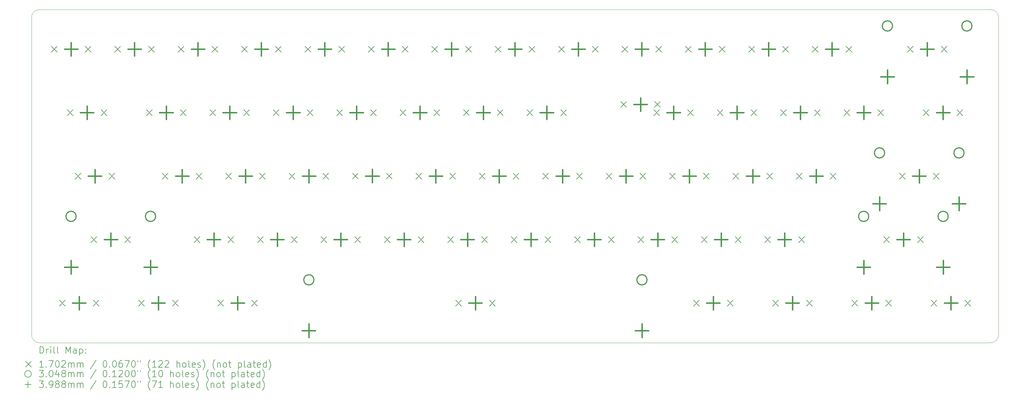
<source format=gbr>
%FSLAX45Y45*%
G04 Gerber Fmt 4.5, Leading zero omitted, Abs format (unit mm)*
G04 Created by KiCad (PCBNEW (6.0.6)) date 2022-07-10 20:55:02*
%MOMM*%
%LPD*%
G01*
G04 APERTURE LIST*
%TA.AperFunction,Profile*%
%ADD10C,0.100000*%
%TD*%
%ADD11C,0.200000*%
%ADD12C,0.170180*%
%ADD13C,0.304800*%
%ADD14C,0.398780*%
G04 APERTURE END LIST*
D10*
X4330700Y-15836900D02*
X32905700Y-15836900D01*
X33143825Y-15598775D02*
X33143825Y-6073775D01*
X4092570Y-15598775D02*
G75*
G03*
X4330700Y-15836900I238130J5D01*
G01*
X33143820Y-6073775D02*
G75*
G03*
X32905700Y-5835650I-238130J-5D01*
G01*
X32905700Y-5835650D02*
X4330700Y-5835650D01*
X32905700Y-15836905D02*
G75*
G03*
X33143825Y-15598775I0J238125D01*
G01*
X4330700Y-5835650D02*
G75*
G03*
X4092575Y-6073775I0J-238125D01*
G01*
X4092575Y-6073775D02*
X4092575Y-15598775D01*
D11*
D12*
X4690110Y-6941185D02*
X4860290Y-7111365D01*
X4860290Y-6941185D02*
X4690110Y-7111365D01*
X4928235Y-14561185D02*
X5098415Y-14731365D01*
X5098415Y-14561185D02*
X4928235Y-14731365D01*
X5166360Y-8846185D02*
X5336540Y-9016365D01*
X5336540Y-8846185D02*
X5166360Y-9016365D01*
X5404485Y-10751185D02*
X5574665Y-10921365D01*
X5574665Y-10751185D02*
X5404485Y-10921365D01*
X5706110Y-6941185D02*
X5876290Y-7111365D01*
X5876290Y-6941185D02*
X5706110Y-7111365D01*
X5880735Y-12656185D02*
X6050915Y-12826365D01*
X6050915Y-12656185D02*
X5880735Y-12826365D01*
X5944235Y-14561185D02*
X6114415Y-14731365D01*
X6114415Y-14561185D02*
X5944235Y-14731365D01*
X6182360Y-8846185D02*
X6352540Y-9016365D01*
X6352540Y-8846185D02*
X6182360Y-9016365D01*
X6420485Y-10751185D02*
X6590665Y-10921365D01*
X6590665Y-10751185D02*
X6420485Y-10921365D01*
X6595110Y-6941185D02*
X6765290Y-7111365D01*
X6765290Y-6941185D02*
X6595110Y-7111365D01*
X6896735Y-12656185D02*
X7066915Y-12826365D01*
X7066915Y-12656185D02*
X6896735Y-12826365D01*
X7309485Y-14561185D02*
X7479665Y-14731365D01*
X7479665Y-14561185D02*
X7309485Y-14731365D01*
X7547610Y-8846185D02*
X7717790Y-9016365D01*
X7717790Y-8846185D02*
X7547610Y-9016365D01*
X7611110Y-6941185D02*
X7781290Y-7111365D01*
X7781290Y-6941185D02*
X7611110Y-7111365D01*
X8023860Y-10751185D02*
X8194040Y-10921365D01*
X8194040Y-10751185D02*
X8023860Y-10921365D01*
X8325485Y-14561185D02*
X8495665Y-14731365D01*
X8495665Y-14561185D02*
X8325485Y-14731365D01*
X8500110Y-6941185D02*
X8670290Y-7111365D01*
X8670290Y-6941185D02*
X8500110Y-7111365D01*
X8563610Y-8846185D02*
X8733790Y-9016365D01*
X8733790Y-8846185D02*
X8563610Y-9016365D01*
X8976360Y-12656185D02*
X9146540Y-12826365D01*
X9146540Y-12656185D02*
X8976360Y-12826365D01*
X9039860Y-10751185D02*
X9210040Y-10921365D01*
X9210040Y-10751185D02*
X9039860Y-10921365D01*
X9452610Y-8846185D02*
X9622790Y-9016365D01*
X9622790Y-8846185D02*
X9452610Y-9016365D01*
X9516110Y-6941185D02*
X9686290Y-7111365D01*
X9686290Y-6941185D02*
X9516110Y-7111365D01*
X9690735Y-14561185D02*
X9860915Y-14731365D01*
X9860915Y-14561185D02*
X9690735Y-14731365D01*
X9928860Y-10751185D02*
X10099040Y-10921365D01*
X10099040Y-10751185D02*
X9928860Y-10921365D01*
X9992360Y-12656185D02*
X10162540Y-12826365D01*
X10162540Y-12656185D02*
X9992360Y-12826365D01*
X10405110Y-6941185D02*
X10575290Y-7111365D01*
X10575290Y-6941185D02*
X10405110Y-7111365D01*
X10468610Y-8846185D02*
X10638790Y-9016365D01*
X10638790Y-8846185D02*
X10468610Y-9016365D01*
X10706735Y-14561185D02*
X10876915Y-14731365D01*
X10876915Y-14561185D02*
X10706735Y-14731365D01*
X10881360Y-12656185D02*
X11051540Y-12826365D01*
X11051540Y-12656185D02*
X10881360Y-12826365D01*
X10944860Y-10751185D02*
X11115040Y-10921365D01*
X11115040Y-10751185D02*
X10944860Y-10921365D01*
X11357610Y-8846185D02*
X11527790Y-9016365D01*
X11527790Y-8846185D02*
X11357610Y-9016365D01*
X11421110Y-6941185D02*
X11591290Y-7111365D01*
X11591290Y-6941185D02*
X11421110Y-7111365D01*
X11833860Y-10751185D02*
X12004040Y-10921365D01*
X12004040Y-10751185D02*
X11833860Y-10921365D01*
X11897360Y-12656185D02*
X12067540Y-12826365D01*
X12067540Y-12656185D02*
X11897360Y-12826365D01*
X12310110Y-6941185D02*
X12480290Y-7111365D01*
X12480290Y-6941185D02*
X12310110Y-7111365D01*
X12373610Y-8846185D02*
X12543790Y-9016365D01*
X12543790Y-8846185D02*
X12373610Y-9016365D01*
X12786360Y-12656185D02*
X12956540Y-12826365D01*
X12956540Y-12656185D02*
X12786360Y-12826365D01*
X12849860Y-10751185D02*
X13020040Y-10921365D01*
X13020040Y-10751185D02*
X12849860Y-10921365D01*
X13262610Y-8846185D02*
X13432790Y-9016365D01*
X13432790Y-8846185D02*
X13262610Y-9016365D01*
X13326110Y-6941185D02*
X13496290Y-7111365D01*
X13496290Y-6941185D02*
X13326110Y-7111365D01*
X13736910Y-10744910D02*
X13907090Y-10915090D01*
X13907090Y-10744910D02*
X13736910Y-10915090D01*
X13802360Y-12656185D02*
X13972540Y-12826365D01*
X13972540Y-12656185D02*
X13802360Y-12826365D01*
X14215110Y-6941185D02*
X14385290Y-7111365D01*
X14385290Y-6941185D02*
X14215110Y-7111365D01*
X14278610Y-8846185D02*
X14448790Y-9016365D01*
X14448790Y-8846185D02*
X14278610Y-9016365D01*
X14691360Y-12656185D02*
X14861540Y-12826365D01*
X14861540Y-12656185D02*
X14691360Y-12826365D01*
X14752910Y-10744910D02*
X14923090Y-10915090D01*
X14923090Y-10744910D02*
X14752910Y-10915090D01*
X15167610Y-8846185D02*
X15337790Y-9016365D01*
X15337790Y-8846185D02*
X15167610Y-9016365D01*
X15231110Y-6941185D02*
X15401290Y-7111365D01*
X15401290Y-6941185D02*
X15231110Y-7111365D01*
X15643860Y-10751185D02*
X15814040Y-10921365D01*
X15814040Y-10751185D02*
X15643860Y-10921365D01*
X15707360Y-12656185D02*
X15877540Y-12826365D01*
X15877540Y-12656185D02*
X15707360Y-12826365D01*
X16120110Y-6941185D02*
X16290290Y-7111365D01*
X16290290Y-6941185D02*
X16120110Y-7111365D01*
X16183610Y-8846185D02*
X16353790Y-9016365D01*
X16353790Y-8846185D02*
X16183610Y-9016365D01*
X16596360Y-12656185D02*
X16766540Y-12826365D01*
X16766540Y-12656185D02*
X16596360Y-12826365D01*
X16659860Y-10751185D02*
X16830040Y-10921365D01*
X16830040Y-10751185D02*
X16659860Y-10921365D01*
X16834485Y-14561185D02*
X17004665Y-14731365D01*
X17004665Y-14561185D02*
X16834485Y-14731365D01*
X17072610Y-8843010D02*
X17242790Y-9013190D01*
X17242790Y-8843010D02*
X17072610Y-9013190D01*
X17136110Y-6941185D02*
X17306290Y-7111365D01*
X17306290Y-6941185D02*
X17136110Y-7111365D01*
X17548860Y-10751185D02*
X17719040Y-10921365D01*
X17719040Y-10751185D02*
X17548860Y-10921365D01*
X17612360Y-12656185D02*
X17782540Y-12826365D01*
X17782540Y-12656185D02*
X17612360Y-12826365D01*
X17850485Y-14561185D02*
X18020665Y-14731365D01*
X18020665Y-14561185D02*
X17850485Y-14731365D01*
X18025110Y-6941185D02*
X18195290Y-7111365D01*
X18195290Y-6941185D02*
X18025110Y-7111365D01*
X18088610Y-8843010D02*
X18258790Y-9013190D01*
X18258790Y-8843010D02*
X18088610Y-9013190D01*
X18501360Y-12656185D02*
X18671540Y-12826365D01*
X18671540Y-12656185D02*
X18501360Y-12826365D01*
X18564860Y-10751185D02*
X18735040Y-10921365D01*
X18735040Y-10751185D02*
X18564860Y-10921365D01*
X18977610Y-8846185D02*
X19147790Y-9016365D01*
X19147790Y-8846185D02*
X18977610Y-9016365D01*
X19041110Y-6941185D02*
X19211290Y-7111365D01*
X19211290Y-6941185D02*
X19041110Y-7111365D01*
X19453860Y-10751185D02*
X19624040Y-10921365D01*
X19624040Y-10751185D02*
X19453860Y-10921365D01*
X19517360Y-12656185D02*
X19687540Y-12826365D01*
X19687540Y-12656185D02*
X19517360Y-12826365D01*
X19930110Y-6941185D02*
X20100290Y-7111365D01*
X20100290Y-6941185D02*
X19930110Y-7111365D01*
X19993610Y-8846185D02*
X20163790Y-9016365D01*
X20163790Y-8846185D02*
X19993610Y-9016365D01*
X20406360Y-12656185D02*
X20576540Y-12826365D01*
X20576540Y-12656185D02*
X20406360Y-12826365D01*
X20469860Y-10751185D02*
X20640040Y-10921365D01*
X20640040Y-10751185D02*
X20469860Y-10921365D01*
X20946110Y-6941185D02*
X21116290Y-7111365D01*
X21116290Y-6941185D02*
X20946110Y-7111365D01*
X21358860Y-10751185D02*
X21529040Y-10921365D01*
X21529040Y-10751185D02*
X21358860Y-10921365D01*
X21422360Y-12656185D02*
X21592540Y-12826365D01*
X21592540Y-12656185D02*
X21422360Y-12826365D01*
X21796910Y-8599910D02*
X21967090Y-8770090D01*
X21967090Y-8599910D02*
X21796910Y-8770090D01*
X21835110Y-6941185D02*
X22005290Y-7111365D01*
X22005290Y-6941185D02*
X21835110Y-7111365D01*
X22311360Y-12656185D02*
X22481540Y-12826365D01*
X22481540Y-12656185D02*
X22311360Y-12826365D01*
X22374860Y-10751185D02*
X22545040Y-10921365D01*
X22545040Y-10751185D02*
X22374860Y-10921365D01*
X22787610Y-8846185D02*
X22957790Y-9016365D01*
X22957790Y-8846185D02*
X22787610Y-9016365D01*
X22812910Y-8599910D02*
X22983090Y-8770090D01*
X22983090Y-8599910D02*
X22812910Y-8770090D01*
X22851110Y-6941185D02*
X23021290Y-7111365D01*
X23021290Y-6941185D02*
X22851110Y-7111365D01*
X23263860Y-10751185D02*
X23434040Y-10921365D01*
X23434040Y-10751185D02*
X23263860Y-10921365D01*
X23327360Y-12656185D02*
X23497540Y-12826365D01*
X23497540Y-12656185D02*
X23327360Y-12826365D01*
X23740110Y-6941185D02*
X23910290Y-7111365D01*
X23910290Y-6941185D02*
X23740110Y-7111365D01*
X23803610Y-8846185D02*
X23973790Y-9016365D01*
X23973790Y-8846185D02*
X23803610Y-9016365D01*
X23978235Y-14561185D02*
X24148415Y-14731365D01*
X24148415Y-14561185D02*
X23978235Y-14731365D01*
X24216360Y-12656185D02*
X24386540Y-12826365D01*
X24386540Y-12656185D02*
X24216360Y-12826365D01*
X24279860Y-10751185D02*
X24450040Y-10921365D01*
X24450040Y-10751185D02*
X24279860Y-10921365D01*
X24692610Y-8846185D02*
X24862790Y-9016365D01*
X24862790Y-8846185D02*
X24692610Y-9016365D01*
X24756110Y-6941185D02*
X24926290Y-7111365D01*
X24926290Y-6941185D02*
X24756110Y-7111365D01*
X24994235Y-14561185D02*
X25164415Y-14731365D01*
X25164415Y-14561185D02*
X24994235Y-14731365D01*
X25168860Y-10751185D02*
X25339040Y-10921365D01*
X25339040Y-10751185D02*
X25168860Y-10921365D01*
X25232360Y-12656185D02*
X25402540Y-12826365D01*
X25402540Y-12656185D02*
X25232360Y-12826365D01*
X25645110Y-6941185D02*
X25815290Y-7111365D01*
X25815290Y-6941185D02*
X25645110Y-7111365D01*
X25708610Y-8846185D02*
X25878790Y-9016365D01*
X25878790Y-8846185D02*
X25708610Y-9016365D01*
X26121360Y-12656185D02*
X26291540Y-12826365D01*
X26291540Y-12656185D02*
X26121360Y-12826365D01*
X26184860Y-10751185D02*
X26355040Y-10921365D01*
X26355040Y-10751185D02*
X26184860Y-10921365D01*
X26359485Y-14561185D02*
X26529665Y-14731365D01*
X26529665Y-14561185D02*
X26359485Y-14731365D01*
X26597610Y-8846185D02*
X26767790Y-9016365D01*
X26767790Y-8846185D02*
X26597610Y-9016365D01*
X26661110Y-6941185D02*
X26831290Y-7111365D01*
X26831290Y-6941185D02*
X26661110Y-7111365D01*
X27073860Y-10751185D02*
X27244040Y-10921365D01*
X27244040Y-10751185D02*
X27073860Y-10921365D01*
X27137360Y-12656185D02*
X27307540Y-12826365D01*
X27307540Y-12656185D02*
X27137360Y-12826365D01*
X27375485Y-14561185D02*
X27545665Y-14731365D01*
X27545665Y-14561185D02*
X27375485Y-14731365D01*
X27550110Y-6941185D02*
X27720290Y-7111365D01*
X27720290Y-6941185D02*
X27550110Y-7111365D01*
X27613610Y-8846185D02*
X27783790Y-9016365D01*
X27783790Y-8846185D02*
X27613610Y-9016365D01*
X28089860Y-10751185D02*
X28260040Y-10921365D01*
X28260040Y-10751185D02*
X28089860Y-10921365D01*
X28502610Y-8846185D02*
X28672790Y-9016365D01*
X28672790Y-8846185D02*
X28502610Y-9016365D01*
X28566110Y-6941185D02*
X28736290Y-7111365D01*
X28736290Y-6941185D02*
X28566110Y-7111365D01*
X28740735Y-14561185D02*
X28910915Y-14731365D01*
X28910915Y-14561185D02*
X28740735Y-14731365D01*
X29518610Y-8846185D02*
X29688790Y-9016365D01*
X29688790Y-8846185D02*
X29518610Y-9016365D01*
X29693235Y-12656185D02*
X29863415Y-12826365D01*
X29863415Y-12656185D02*
X29693235Y-12826365D01*
X29756735Y-14561185D02*
X29926915Y-14731365D01*
X29926915Y-14561185D02*
X29756735Y-14731365D01*
X30169485Y-10751185D02*
X30339665Y-10921365D01*
X30339665Y-10751185D02*
X30169485Y-10921365D01*
X30407610Y-6941185D02*
X30577790Y-7111365D01*
X30577790Y-6941185D02*
X30407610Y-7111365D01*
X30709235Y-12656185D02*
X30879415Y-12826365D01*
X30879415Y-12656185D02*
X30709235Y-12826365D01*
X30883860Y-8846185D02*
X31054040Y-9016365D01*
X31054040Y-8846185D02*
X30883860Y-9016365D01*
X31121985Y-14561185D02*
X31292165Y-14731365D01*
X31292165Y-14561185D02*
X31121985Y-14731365D01*
X31185485Y-10751185D02*
X31355665Y-10921365D01*
X31355665Y-10751185D02*
X31185485Y-10921365D01*
X31423610Y-6941185D02*
X31593790Y-7111365D01*
X31593790Y-6941185D02*
X31423610Y-7111365D01*
X31899860Y-8846185D02*
X32070040Y-9016365D01*
X32070040Y-8846185D02*
X31899860Y-9016365D01*
X32137985Y-14561185D02*
X32308165Y-14731365D01*
X32308165Y-14561185D02*
X32137985Y-14731365D01*
D13*
X5432425Y-12042775D02*
G75*
G03*
X5432425Y-12042775I-152400J0D01*
G01*
X7820025Y-12042775D02*
G75*
G03*
X7820025Y-12042775I-152400J0D01*
G01*
X12576175Y-13947775D02*
G75*
G03*
X12576175Y-13947775I-152400J0D01*
G01*
X22583775Y-13947775D02*
G75*
G03*
X22583775Y-13947775I-152400J0D01*
G01*
X29244925Y-12042775D02*
G75*
G03*
X29244925Y-12042775I-152400J0D01*
G01*
X29721175Y-10137775D02*
G75*
G03*
X29721175Y-10137775I-152400J0D01*
G01*
X29959300Y-6327775D02*
G75*
G03*
X29959300Y-6327775I-152400J0D01*
G01*
X31632525Y-12042775D02*
G75*
G03*
X31632525Y-12042775I-152400J0D01*
G01*
X32108775Y-10137775D02*
G75*
G03*
X32108775Y-10137775I-152400J0D01*
G01*
X32346900Y-6327775D02*
G75*
G03*
X32346900Y-6327775I-152400J0D01*
G01*
D14*
X5280025Y-13367385D02*
X5280025Y-13766165D01*
X5080635Y-13566775D02*
X5479415Y-13566775D01*
X5283200Y-6826885D02*
X5283200Y-7225665D01*
X5083810Y-7026275D02*
X5482590Y-7026275D01*
X5521325Y-14446885D02*
X5521325Y-14845665D01*
X5321935Y-14646275D02*
X5720715Y-14646275D01*
X5759450Y-8731885D02*
X5759450Y-9130665D01*
X5560060Y-8931275D02*
X5958840Y-8931275D01*
X5997575Y-10636885D02*
X5997575Y-11035665D01*
X5798185Y-10836275D02*
X6196965Y-10836275D01*
X6473825Y-12541885D02*
X6473825Y-12940665D01*
X6274435Y-12741275D02*
X6673215Y-12741275D01*
X7188200Y-6826885D02*
X7188200Y-7225665D01*
X6988810Y-7026275D02*
X7387590Y-7026275D01*
X7667625Y-13367385D02*
X7667625Y-13766165D01*
X7468235Y-13566775D02*
X7867015Y-13566775D01*
X7902575Y-14446885D02*
X7902575Y-14845665D01*
X7703185Y-14646275D02*
X8101965Y-14646275D01*
X8140700Y-8731885D02*
X8140700Y-9130665D01*
X7941310Y-8931275D02*
X8340090Y-8931275D01*
X8616950Y-10636885D02*
X8616950Y-11035665D01*
X8417560Y-10836275D02*
X8816340Y-10836275D01*
X9093200Y-6826885D02*
X9093200Y-7225665D01*
X8893810Y-7026275D02*
X9292590Y-7026275D01*
X9569450Y-12541885D02*
X9569450Y-12940665D01*
X9370060Y-12741275D02*
X9768840Y-12741275D01*
X10045700Y-8731885D02*
X10045700Y-9130665D01*
X9846310Y-8931275D02*
X10245090Y-8931275D01*
X10283825Y-14446885D02*
X10283825Y-14845665D01*
X10084435Y-14646275D02*
X10483215Y-14646275D01*
X10521950Y-10636885D02*
X10521950Y-11035665D01*
X10322560Y-10836275D02*
X10721340Y-10836275D01*
X10998200Y-6826885D02*
X10998200Y-7225665D01*
X10798810Y-7026275D02*
X11197590Y-7026275D01*
X11474450Y-12541885D02*
X11474450Y-12940665D01*
X11275060Y-12741275D02*
X11673840Y-12741275D01*
X11950700Y-8731885D02*
X11950700Y-9130665D01*
X11751310Y-8931275D02*
X12150090Y-8931275D01*
X12423775Y-15272385D02*
X12423775Y-15671165D01*
X12224385Y-15471775D02*
X12623165Y-15471775D01*
X12426950Y-10636885D02*
X12426950Y-11035665D01*
X12227560Y-10836275D02*
X12626340Y-10836275D01*
X12903200Y-6826885D02*
X12903200Y-7225665D01*
X12703810Y-7026275D02*
X13102590Y-7026275D01*
X13379450Y-12541885D02*
X13379450Y-12940665D01*
X13180060Y-12741275D02*
X13578840Y-12741275D01*
X13855700Y-8731885D02*
X13855700Y-9130665D01*
X13656310Y-8931275D02*
X14055090Y-8931275D01*
X14330000Y-10630610D02*
X14330000Y-11029390D01*
X14130610Y-10830000D02*
X14529390Y-10830000D01*
X14808200Y-6826885D02*
X14808200Y-7225665D01*
X14608810Y-7026275D02*
X15007590Y-7026275D01*
X15284450Y-12541885D02*
X15284450Y-12940665D01*
X15085060Y-12741275D02*
X15483840Y-12741275D01*
X15760700Y-8731885D02*
X15760700Y-9130665D01*
X15561310Y-8931275D02*
X15960090Y-8931275D01*
X16236950Y-10636885D02*
X16236950Y-11035665D01*
X16037560Y-10836275D02*
X16436340Y-10836275D01*
X16713200Y-6826885D02*
X16713200Y-7225665D01*
X16513810Y-7026275D02*
X16912590Y-7026275D01*
X17189450Y-12541885D02*
X17189450Y-12940665D01*
X16990060Y-12741275D02*
X17388840Y-12741275D01*
X17427575Y-14446885D02*
X17427575Y-14845665D01*
X17228185Y-14646275D02*
X17626965Y-14646275D01*
X17665700Y-8728710D02*
X17665700Y-9127490D01*
X17466310Y-8928100D02*
X17865090Y-8928100D01*
X18141950Y-10636885D02*
X18141950Y-11035665D01*
X17942560Y-10836275D02*
X18341340Y-10836275D01*
X18618200Y-6826885D02*
X18618200Y-7225665D01*
X18418810Y-7026275D02*
X18817590Y-7026275D01*
X19094450Y-12541885D02*
X19094450Y-12940665D01*
X18895060Y-12741275D02*
X19293840Y-12741275D01*
X19570700Y-8731885D02*
X19570700Y-9130665D01*
X19371310Y-8931275D02*
X19770090Y-8931275D01*
X20046950Y-10636885D02*
X20046950Y-11035665D01*
X19847560Y-10836275D02*
X20246340Y-10836275D01*
X20523200Y-6826885D02*
X20523200Y-7225665D01*
X20323810Y-7026275D02*
X20722590Y-7026275D01*
X20999450Y-12541885D02*
X20999450Y-12940665D01*
X20800060Y-12741275D02*
X21198840Y-12741275D01*
X21951950Y-10636885D02*
X21951950Y-11035665D01*
X21752560Y-10836275D02*
X22151340Y-10836275D01*
X22390000Y-8485610D02*
X22390000Y-8884390D01*
X22190610Y-8685000D02*
X22589390Y-8685000D01*
X22428200Y-6826885D02*
X22428200Y-7225665D01*
X22228810Y-7026275D02*
X22627590Y-7026275D01*
X22431375Y-15272385D02*
X22431375Y-15671165D01*
X22231985Y-15471775D02*
X22630765Y-15471775D01*
X22904450Y-12541885D02*
X22904450Y-12940665D01*
X22705060Y-12741275D02*
X23103840Y-12741275D01*
X23380700Y-8731885D02*
X23380700Y-9130665D01*
X23181310Y-8931275D02*
X23580090Y-8931275D01*
X23856950Y-10636885D02*
X23856950Y-11035665D01*
X23657560Y-10836275D02*
X24056340Y-10836275D01*
X24333200Y-6826885D02*
X24333200Y-7225665D01*
X24133810Y-7026275D02*
X24532590Y-7026275D01*
X24571325Y-14446885D02*
X24571325Y-14845665D01*
X24371935Y-14646275D02*
X24770715Y-14646275D01*
X24809450Y-12541885D02*
X24809450Y-12940665D01*
X24610060Y-12741275D02*
X25008840Y-12741275D01*
X25285700Y-8731885D02*
X25285700Y-9130665D01*
X25086310Y-8931275D02*
X25485090Y-8931275D01*
X25761950Y-10636885D02*
X25761950Y-11035665D01*
X25562560Y-10836275D02*
X25961340Y-10836275D01*
X26238200Y-6826885D02*
X26238200Y-7225665D01*
X26038810Y-7026275D02*
X26437590Y-7026275D01*
X26714450Y-12541885D02*
X26714450Y-12940665D01*
X26515060Y-12741275D02*
X26913840Y-12741275D01*
X26952575Y-14446885D02*
X26952575Y-14845665D01*
X26753185Y-14646275D02*
X27151965Y-14646275D01*
X27190700Y-8731885D02*
X27190700Y-9130665D01*
X26991310Y-8931275D02*
X27390090Y-8931275D01*
X27666950Y-10636885D02*
X27666950Y-11035665D01*
X27467560Y-10836275D02*
X27866340Y-10836275D01*
X28143200Y-6826885D02*
X28143200Y-7225665D01*
X27943810Y-7026275D02*
X28342590Y-7026275D01*
X29092525Y-13367385D02*
X29092525Y-13766165D01*
X28893135Y-13566775D02*
X29291915Y-13566775D01*
X29095700Y-8731885D02*
X29095700Y-9130665D01*
X28896310Y-8931275D02*
X29295090Y-8931275D01*
X29333825Y-14446885D02*
X29333825Y-14845665D01*
X29134435Y-14646275D02*
X29533215Y-14646275D01*
X29568775Y-11462385D02*
X29568775Y-11861165D01*
X29369385Y-11661775D02*
X29768165Y-11661775D01*
X29806900Y-7652385D02*
X29806900Y-8051165D01*
X29607510Y-7851775D02*
X30006290Y-7851775D01*
X30286325Y-12541885D02*
X30286325Y-12940665D01*
X30086935Y-12741275D02*
X30485715Y-12741275D01*
X30762575Y-10636885D02*
X30762575Y-11035665D01*
X30563185Y-10836275D02*
X30961965Y-10836275D01*
X31000700Y-6826885D02*
X31000700Y-7225665D01*
X30801310Y-7026275D02*
X31200090Y-7026275D01*
X31476950Y-8731885D02*
X31476950Y-9130665D01*
X31277560Y-8931275D02*
X31676340Y-8931275D01*
X31480125Y-13367385D02*
X31480125Y-13766165D01*
X31280735Y-13566775D02*
X31679515Y-13566775D01*
X31715075Y-14446885D02*
X31715075Y-14845665D01*
X31515685Y-14646275D02*
X31914465Y-14646275D01*
X31956375Y-11462385D02*
X31956375Y-11861165D01*
X31756985Y-11661775D02*
X32155765Y-11661775D01*
X32194500Y-7652385D02*
X32194500Y-8051165D01*
X31995110Y-7851775D02*
X32393890Y-7851775D01*
D11*
X4345194Y-16152376D02*
X4345194Y-15952376D01*
X4392813Y-15952376D01*
X4421385Y-15961900D01*
X4440432Y-15980948D01*
X4449956Y-15999995D01*
X4459480Y-16038090D01*
X4459480Y-16066662D01*
X4449956Y-16104757D01*
X4440432Y-16123805D01*
X4421385Y-16142852D01*
X4392813Y-16152376D01*
X4345194Y-16152376D01*
X4545194Y-16152376D02*
X4545194Y-16019043D01*
X4545194Y-16057138D02*
X4554718Y-16038090D01*
X4564242Y-16028567D01*
X4583289Y-16019043D01*
X4602337Y-16019043D01*
X4669004Y-16152376D02*
X4669004Y-16019043D01*
X4669004Y-15952376D02*
X4659480Y-15961900D01*
X4669004Y-15971424D01*
X4678527Y-15961900D01*
X4669004Y-15952376D01*
X4669004Y-15971424D01*
X4792813Y-16152376D02*
X4773765Y-16142852D01*
X4764242Y-16123805D01*
X4764242Y-15952376D01*
X4897575Y-16152376D02*
X4878527Y-16142852D01*
X4869004Y-16123805D01*
X4869004Y-15952376D01*
X5126146Y-16152376D02*
X5126146Y-15952376D01*
X5192813Y-16095233D01*
X5259480Y-15952376D01*
X5259480Y-16152376D01*
X5440432Y-16152376D02*
X5440432Y-16047614D01*
X5430908Y-16028567D01*
X5411861Y-16019043D01*
X5373765Y-16019043D01*
X5354718Y-16028567D01*
X5440432Y-16142852D02*
X5421385Y-16152376D01*
X5373765Y-16152376D01*
X5354718Y-16142852D01*
X5345194Y-16123805D01*
X5345194Y-16104757D01*
X5354718Y-16085709D01*
X5373765Y-16076186D01*
X5421385Y-16076186D01*
X5440432Y-16066662D01*
X5535670Y-16019043D02*
X5535670Y-16219043D01*
X5535670Y-16028567D02*
X5554718Y-16019043D01*
X5592813Y-16019043D01*
X5611861Y-16028567D01*
X5621384Y-16038090D01*
X5630908Y-16057138D01*
X5630908Y-16114281D01*
X5621384Y-16133328D01*
X5611861Y-16142852D01*
X5592813Y-16152376D01*
X5554718Y-16152376D01*
X5535670Y-16142852D01*
X5716623Y-16133328D02*
X5726146Y-16142852D01*
X5716623Y-16152376D01*
X5707099Y-16142852D01*
X5716623Y-16133328D01*
X5716623Y-16152376D01*
X5716623Y-16028567D02*
X5726146Y-16038090D01*
X5716623Y-16047614D01*
X5707099Y-16038090D01*
X5716623Y-16028567D01*
X5716623Y-16047614D01*
D12*
X3917395Y-16396810D02*
X4087575Y-16566990D01*
X4087575Y-16396810D02*
X3917395Y-16566990D01*
D11*
X4449956Y-16572376D02*
X4335670Y-16572376D01*
X4392813Y-16572376D02*
X4392813Y-16372376D01*
X4373765Y-16400948D01*
X4354718Y-16419995D01*
X4335670Y-16429519D01*
X4535670Y-16553328D02*
X4545194Y-16562852D01*
X4535670Y-16572376D01*
X4526146Y-16562852D01*
X4535670Y-16553328D01*
X4535670Y-16572376D01*
X4611861Y-16372376D02*
X4745194Y-16372376D01*
X4659480Y-16572376D01*
X4859480Y-16372376D02*
X4878527Y-16372376D01*
X4897575Y-16381900D01*
X4907099Y-16391424D01*
X4916623Y-16410471D01*
X4926146Y-16448567D01*
X4926146Y-16496186D01*
X4916623Y-16534281D01*
X4907099Y-16553328D01*
X4897575Y-16562852D01*
X4878527Y-16572376D01*
X4859480Y-16572376D01*
X4840432Y-16562852D01*
X4830908Y-16553328D01*
X4821385Y-16534281D01*
X4811861Y-16496186D01*
X4811861Y-16448567D01*
X4821385Y-16410471D01*
X4830908Y-16391424D01*
X4840432Y-16381900D01*
X4859480Y-16372376D01*
X5002337Y-16391424D02*
X5011861Y-16381900D01*
X5030908Y-16372376D01*
X5078527Y-16372376D01*
X5097575Y-16381900D01*
X5107099Y-16391424D01*
X5116623Y-16410471D01*
X5116623Y-16429519D01*
X5107099Y-16458090D01*
X4992813Y-16572376D01*
X5116623Y-16572376D01*
X5202337Y-16572376D02*
X5202337Y-16439043D01*
X5202337Y-16458090D02*
X5211861Y-16448567D01*
X5230908Y-16439043D01*
X5259480Y-16439043D01*
X5278527Y-16448567D01*
X5288051Y-16467614D01*
X5288051Y-16572376D01*
X5288051Y-16467614D02*
X5297575Y-16448567D01*
X5316623Y-16439043D01*
X5345194Y-16439043D01*
X5364242Y-16448567D01*
X5373765Y-16467614D01*
X5373765Y-16572376D01*
X5469004Y-16572376D02*
X5469004Y-16439043D01*
X5469004Y-16458090D02*
X5478527Y-16448567D01*
X5497575Y-16439043D01*
X5526146Y-16439043D01*
X5545194Y-16448567D01*
X5554718Y-16467614D01*
X5554718Y-16572376D01*
X5554718Y-16467614D02*
X5564242Y-16448567D01*
X5583289Y-16439043D01*
X5611861Y-16439043D01*
X5630908Y-16448567D01*
X5640432Y-16467614D01*
X5640432Y-16572376D01*
X6030908Y-16362852D02*
X5859480Y-16619995D01*
X6288051Y-16372376D02*
X6307099Y-16372376D01*
X6326146Y-16381900D01*
X6335670Y-16391424D01*
X6345194Y-16410471D01*
X6354718Y-16448567D01*
X6354718Y-16496186D01*
X6345194Y-16534281D01*
X6335670Y-16553328D01*
X6326146Y-16562852D01*
X6307099Y-16572376D01*
X6288051Y-16572376D01*
X6269003Y-16562852D01*
X6259480Y-16553328D01*
X6249956Y-16534281D01*
X6240432Y-16496186D01*
X6240432Y-16448567D01*
X6249956Y-16410471D01*
X6259480Y-16391424D01*
X6269003Y-16381900D01*
X6288051Y-16372376D01*
X6440432Y-16553328D02*
X6449956Y-16562852D01*
X6440432Y-16572376D01*
X6430908Y-16562852D01*
X6440432Y-16553328D01*
X6440432Y-16572376D01*
X6573765Y-16372376D02*
X6592813Y-16372376D01*
X6611861Y-16381900D01*
X6621384Y-16391424D01*
X6630908Y-16410471D01*
X6640432Y-16448567D01*
X6640432Y-16496186D01*
X6630908Y-16534281D01*
X6621384Y-16553328D01*
X6611861Y-16562852D01*
X6592813Y-16572376D01*
X6573765Y-16572376D01*
X6554718Y-16562852D01*
X6545194Y-16553328D01*
X6535670Y-16534281D01*
X6526146Y-16496186D01*
X6526146Y-16448567D01*
X6535670Y-16410471D01*
X6545194Y-16391424D01*
X6554718Y-16381900D01*
X6573765Y-16372376D01*
X6811861Y-16372376D02*
X6773765Y-16372376D01*
X6754718Y-16381900D01*
X6745194Y-16391424D01*
X6726146Y-16419995D01*
X6716623Y-16458090D01*
X6716623Y-16534281D01*
X6726146Y-16553328D01*
X6735670Y-16562852D01*
X6754718Y-16572376D01*
X6792813Y-16572376D01*
X6811861Y-16562852D01*
X6821384Y-16553328D01*
X6830908Y-16534281D01*
X6830908Y-16486662D01*
X6821384Y-16467614D01*
X6811861Y-16458090D01*
X6792813Y-16448567D01*
X6754718Y-16448567D01*
X6735670Y-16458090D01*
X6726146Y-16467614D01*
X6716623Y-16486662D01*
X6897575Y-16372376D02*
X7030908Y-16372376D01*
X6945194Y-16572376D01*
X7145194Y-16372376D02*
X7164242Y-16372376D01*
X7183289Y-16381900D01*
X7192813Y-16391424D01*
X7202337Y-16410471D01*
X7211861Y-16448567D01*
X7211861Y-16496186D01*
X7202337Y-16534281D01*
X7192813Y-16553328D01*
X7183289Y-16562852D01*
X7164242Y-16572376D01*
X7145194Y-16572376D01*
X7126146Y-16562852D01*
X7116623Y-16553328D01*
X7107099Y-16534281D01*
X7097575Y-16496186D01*
X7097575Y-16448567D01*
X7107099Y-16410471D01*
X7116623Y-16391424D01*
X7126146Y-16381900D01*
X7145194Y-16372376D01*
X7288051Y-16372376D02*
X7288051Y-16410471D01*
X7364242Y-16372376D02*
X7364242Y-16410471D01*
X7659480Y-16648567D02*
X7649956Y-16639043D01*
X7630908Y-16610471D01*
X7621384Y-16591424D01*
X7611861Y-16562852D01*
X7602337Y-16515233D01*
X7602337Y-16477138D01*
X7611861Y-16429519D01*
X7621384Y-16400948D01*
X7630908Y-16381900D01*
X7649956Y-16353328D01*
X7659480Y-16343805D01*
X7840432Y-16572376D02*
X7726146Y-16572376D01*
X7783289Y-16572376D02*
X7783289Y-16372376D01*
X7764242Y-16400948D01*
X7745194Y-16419995D01*
X7726146Y-16429519D01*
X7916623Y-16391424D02*
X7926146Y-16381900D01*
X7945194Y-16372376D01*
X7992813Y-16372376D01*
X8011861Y-16381900D01*
X8021384Y-16391424D01*
X8030908Y-16410471D01*
X8030908Y-16429519D01*
X8021384Y-16458090D01*
X7907099Y-16572376D01*
X8030908Y-16572376D01*
X8107099Y-16391424D02*
X8116623Y-16381900D01*
X8135670Y-16372376D01*
X8183289Y-16372376D01*
X8202337Y-16381900D01*
X8211861Y-16391424D01*
X8221384Y-16410471D01*
X8221384Y-16429519D01*
X8211861Y-16458090D01*
X8097575Y-16572376D01*
X8221384Y-16572376D01*
X8459480Y-16572376D02*
X8459480Y-16372376D01*
X8545194Y-16572376D02*
X8545194Y-16467614D01*
X8535670Y-16448567D01*
X8516623Y-16439043D01*
X8488051Y-16439043D01*
X8469004Y-16448567D01*
X8459480Y-16458090D01*
X8669004Y-16572376D02*
X8649956Y-16562852D01*
X8640432Y-16553328D01*
X8630908Y-16534281D01*
X8630908Y-16477138D01*
X8640432Y-16458090D01*
X8649956Y-16448567D01*
X8669004Y-16439043D01*
X8697575Y-16439043D01*
X8716623Y-16448567D01*
X8726146Y-16458090D01*
X8735670Y-16477138D01*
X8735670Y-16534281D01*
X8726146Y-16553328D01*
X8716623Y-16562852D01*
X8697575Y-16572376D01*
X8669004Y-16572376D01*
X8849956Y-16572376D02*
X8830908Y-16562852D01*
X8821385Y-16543805D01*
X8821385Y-16372376D01*
X9002337Y-16562852D02*
X8983289Y-16572376D01*
X8945194Y-16572376D01*
X8926146Y-16562852D01*
X8916623Y-16543805D01*
X8916623Y-16467614D01*
X8926146Y-16448567D01*
X8945194Y-16439043D01*
X8983289Y-16439043D01*
X9002337Y-16448567D01*
X9011861Y-16467614D01*
X9011861Y-16486662D01*
X8916623Y-16505709D01*
X9088051Y-16562852D02*
X9107099Y-16572376D01*
X9145194Y-16572376D01*
X9164242Y-16562852D01*
X9173765Y-16543805D01*
X9173765Y-16534281D01*
X9164242Y-16515233D01*
X9145194Y-16505709D01*
X9116623Y-16505709D01*
X9097575Y-16496186D01*
X9088051Y-16477138D01*
X9088051Y-16467614D01*
X9097575Y-16448567D01*
X9116623Y-16439043D01*
X9145194Y-16439043D01*
X9164242Y-16448567D01*
X9240432Y-16648567D02*
X9249956Y-16639043D01*
X9269004Y-16610471D01*
X9278527Y-16591424D01*
X9288051Y-16562852D01*
X9297575Y-16515233D01*
X9297575Y-16477138D01*
X9288051Y-16429519D01*
X9278527Y-16400948D01*
X9269004Y-16381900D01*
X9249956Y-16353328D01*
X9240432Y-16343805D01*
X9602337Y-16648567D02*
X9592813Y-16639043D01*
X9573765Y-16610471D01*
X9564242Y-16591424D01*
X9554718Y-16562852D01*
X9545194Y-16515233D01*
X9545194Y-16477138D01*
X9554718Y-16429519D01*
X9564242Y-16400948D01*
X9573765Y-16381900D01*
X9592813Y-16353328D01*
X9602337Y-16343805D01*
X9678527Y-16439043D02*
X9678527Y-16572376D01*
X9678527Y-16458090D02*
X9688051Y-16448567D01*
X9707099Y-16439043D01*
X9735670Y-16439043D01*
X9754718Y-16448567D01*
X9764242Y-16467614D01*
X9764242Y-16572376D01*
X9888051Y-16572376D02*
X9869004Y-16562852D01*
X9859480Y-16553328D01*
X9849956Y-16534281D01*
X9849956Y-16477138D01*
X9859480Y-16458090D01*
X9869004Y-16448567D01*
X9888051Y-16439043D01*
X9916623Y-16439043D01*
X9935670Y-16448567D01*
X9945194Y-16458090D01*
X9954718Y-16477138D01*
X9954718Y-16534281D01*
X9945194Y-16553328D01*
X9935670Y-16562852D01*
X9916623Y-16572376D01*
X9888051Y-16572376D01*
X10011861Y-16439043D02*
X10088051Y-16439043D01*
X10040432Y-16372376D02*
X10040432Y-16543805D01*
X10049956Y-16562852D01*
X10069004Y-16572376D01*
X10088051Y-16572376D01*
X10307099Y-16439043D02*
X10307099Y-16639043D01*
X10307099Y-16448567D02*
X10326146Y-16439043D01*
X10364242Y-16439043D01*
X10383289Y-16448567D01*
X10392813Y-16458090D01*
X10402337Y-16477138D01*
X10402337Y-16534281D01*
X10392813Y-16553328D01*
X10383289Y-16562852D01*
X10364242Y-16572376D01*
X10326146Y-16572376D01*
X10307099Y-16562852D01*
X10516623Y-16572376D02*
X10497575Y-16562852D01*
X10488051Y-16543805D01*
X10488051Y-16372376D01*
X10678527Y-16572376D02*
X10678527Y-16467614D01*
X10669004Y-16448567D01*
X10649956Y-16439043D01*
X10611861Y-16439043D01*
X10592813Y-16448567D01*
X10678527Y-16562852D02*
X10659480Y-16572376D01*
X10611861Y-16572376D01*
X10592813Y-16562852D01*
X10583289Y-16543805D01*
X10583289Y-16524757D01*
X10592813Y-16505709D01*
X10611861Y-16496186D01*
X10659480Y-16496186D01*
X10678527Y-16486662D01*
X10745194Y-16439043D02*
X10821385Y-16439043D01*
X10773765Y-16372376D02*
X10773765Y-16543805D01*
X10783289Y-16562852D01*
X10802337Y-16572376D01*
X10821385Y-16572376D01*
X10964242Y-16562852D02*
X10945194Y-16572376D01*
X10907099Y-16572376D01*
X10888051Y-16562852D01*
X10878527Y-16543805D01*
X10878527Y-16467614D01*
X10888051Y-16448567D01*
X10907099Y-16439043D01*
X10945194Y-16439043D01*
X10964242Y-16448567D01*
X10973765Y-16467614D01*
X10973765Y-16486662D01*
X10878527Y-16505709D01*
X11145194Y-16572376D02*
X11145194Y-16372376D01*
X11145194Y-16562852D02*
X11126146Y-16572376D01*
X11088051Y-16572376D01*
X11069004Y-16562852D01*
X11059480Y-16553328D01*
X11049956Y-16534281D01*
X11049956Y-16477138D01*
X11059480Y-16458090D01*
X11069004Y-16448567D01*
X11088051Y-16439043D01*
X11126146Y-16439043D01*
X11145194Y-16448567D01*
X11221384Y-16648567D02*
X11230908Y-16639043D01*
X11249956Y-16610471D01*
X11259480Y-16591424D01*
X11269003Y-16562852D01*
X11278527Y-16515233D01*
X11278527Y-16477138D01*
X11269003Y-16429519D01*
X11259480Y-16400948D01*
X11249956Y-16381900D01*
X11230908Y-16353328D01*
X11221384Y-16343805D01*
X4087575Y-16772080D02*
G75*
G03*
X4087575Y-16772080I-100000J0D01*
G01*
X4326146Y-16662556D02*
X4449956Y-16662556D01*
X4383289Y-16738747D01*
X4411861Y-16738747D01*
X4430908Y-16748270D01*
X4440432Y-16757794D01*
X4449956Y-16776842D01*
X4449956Y-16824461D01*
X4440432Y-16843509D01*
X4430908Y-16853032D01*
X4411861Y-16862556D01*
X4354718Y-16862556D01*
X4335670Y-16853032D01*
X4326146Y-16843509D01*
X4535670Y-16843509D02*
X4545194Y-16853032D01*
X4535670Y-16862556D01*
X4526146Y-16853032D01*
X4535670Y-16843509D01*
X4535670Y-16862556D01*
X4669004Y-16662556D02*
X4688051Y-16662556D01*
X4707099Y-16672080D01*
X4716623Y-16681604D01*
X4726146Y-16700651D01*
X4735670Y-16738747D01*
X4735670Y-16786366D01*
X4726146Y-16824461D01*
X4716623Y-16843509D01*
X4707099Y-16853032D01*
X4688051Y-16862556D01*
X4669004Y-16862556D01*
X4649956Y-16853032D01*
X4640432Y-16843509D01*
X4630908Y-16824461D01*
X4621385Y-16786366D01*
X4621385Y-16738747D01*
X4630908Y-16700651D01*
X4640432Y-16681604D01*
X4649956Y-16672080D01*
X4669004Y-16662556D01*
X4907099Y-16729223D02*
X4907099Y-16862556D01*
X4859480Y-16653032D02*
X4811861Y-16795890D01*
X4935670Y-16795890D01*
X5040432Y-16748270D02*
X5021385Y-16738747D01*
X5011861Y-16729223D01*
X5002337Y-16710175D01*
X5002337Y-16700651D01*
X5011861Y-16681604D01*
X5021385Y-16672080D01*
X5040432Y-16662556D01*
X5078527Y-16662556D01*
X5097575Y-16672080D01*
X5107099Y-16681604D01*
X5116623Y-16700651D01*
X5116623Y-16710175D01*
X5107099Y-16729223D01*
X5097575Y-16738747D01*
X5078527Y-16748270D01*
X5040432Y-16748270D01*
X5021385Y-16757794D01*
X5011861Y-16767318D01*
X5002337Y-16786366D01*
X5002337Y-16824461D01*
X5011861Y-16843509D01*
X5021385Y-16853032D01*
X5040432Y-16862556D01*
X5078527Y-16862556D01*
X5097575Y-16853032D01*
X5107099Y-16843509D01*
X5116623Y-16824461D01*
X5116623Y-16786366D01*
X5107099Y-16767318D01*
X5097575Y-16757794D01*
X5078527Y-16748270D01*
X5202337Y-16862556D02*
X5202337Y-16729223D01*
X5202337Y-16748270D02*
X5211861Y-16738747D01*
X5230908Y-16729223D01*
X5259480Y-16729223D01*
X5278527Y-16738747D01*
X5288051Y-16757794D01*
X5288051Y-16862556D01*
X5288051Y-16757794D02*
X5297575Y-16738747D01*
X5316623Y-16729223D01*
X5345194Y-16729223D01*
X5364242Y-16738747D01*
X5373765Y-16757794D01*
X5373765Y-16862556D01*
X5469004Y-16862556D02*
X5469004Y-16729223D01*
X5469004Y-16748270D02*
X5478527Y-16738747D01*
X5497575Y-16729223D01*
X5526146Y-16729223D01*
X5545194Y-16738747D01*
X5554718Y-16757794D01*
X5554718Y-16862556D01*
X5554718Y-16757794D02*
X5564242Y-16738747D01*
X5583289Y-16729223D01*
X5611861Y-16729223D01*
X5630908Y-16738747D01*
X5640432Y-16757794D01*
X5640432Y-16862556D01*
X6030908Y-16653032D02*
X5859480Y-16910175D01*
X6288051Y-16662556D02*
X6307099Y-16662556D01*
X6326146Y-16672080D01*
X6335670Y-16681604D01*
X6345194Y-16700651D01*
X6354718Y-16738747D01*
X6354718Y-16786366D01*
X6345194Y-16824461D01*
X6335670Y-16843509D01*
X6326146Y-16853032D01*
X6307099Y-16862556D01*
X6288051Y-16862556D01*
X6269003Y-16853032D01*
X6259480Y-16843509D01*
X6249956Y-16824461D01*
X6240432Y-16786366D01*
X6240432Y-16738747D01*
X6249956Y-16700651D01*
X6259480Y-16681604D01*
X6269003Y-16672080D01*
X6288051Y-16662556D01*
X6440432Y-16843509D02*
X6449956Y-16853032D01*
X6440432Y-16862556D01*
X6430908Y-16853032D01*
X6440432Y-16843509D01*
X6440432Y-16862556D01*
X6640432Y-16862556D02*
X6526146Y-16862556D01*
X6583289Y-16862556D02*
X6583289Y-16662556D01*
X6564242Y-16691128D01*
X6545194Y-16710175D01*
X6526146Y-16719699D01*
X6716623Y-16681604D02*
X6726146Y-16672080D01*
X6745194Y-16662556D01*
X6792813Y-16662556D01*
X6811861Y-16672080D01*
X6821384Y-16681604D01*
X6830908Y-16700651D01*
X6830908Y-16719699D01*
X6821384Y-16748270D01*
X6707099Y-16862556D01*
X6830908Y-16862556D01*
X6954718Y-16662556D02*
X6973765Y-16662556D01*
X6992813Y-16672080D01*
X7002337Y-16681604D01*
X7011861Y-16700651D01*
X7021384Y-16738747D01*
X7021384Y-16786366D01*
X7011861Y-16824461D01*
X7002337Y-16843509D01*
X6992813Y-16853032D01*
X6973765Y-16862556D01*
X6954718Y-16862556D01*
X6935670Y-16853032D01*
X6926146Y-16843509D01*
X6916623Y-16824461D01*
X6907099Y-16786366D01*
X6907099Y-16738747D01*
X6916623Y-16700651D01*
X6926146Y-16681604D01*
X6935670Y-16672080D01*
X6954718Y-16662556D01*
X7145194Y-16662556D02*
X7164242Y-16662556D01*
X7183289Y-16672080D01*
X7192813Y-16681604D01*
X7202337Y-16700651D01*
X7211861Y-16738747D01*
X7211861Y-16786366D01*
X7202337Y-16824461D01*
X7192813Y-16843509D01*
X7183289Y-16853032D01*
X7164242Y-16862556D01*
X7145194Y-16862556D01*
X7126146Y-16853032D01*
X7116623Y-16843509D01*
X7107099Y-16824461D01*
X7097575Y-16786366D01*
X7097575Y-16738747D01*
X7107099Y-16700651D01*
X7116623Y-16681604D01*
X7126146Y-16672080D01*
X7145194Y-16662556D01*
X7288051Y-16662556D02*
X7288051Y-16700651D01*
X7364242Y-16662556D02*
X7364242Y-16700651D01*
X7659480Y-16938747D02*
X7649956Y-16929223D01*
X7630908Y-16900651D01*
X7621384Y-16881604D01*
X7611861Y-16853032D01*
X7602337Y-16805413D01*
X7602337Y-16767318D01*
X7611861Y-16719699D01*
X7621384Y-16691128D01*
X7630908Y-16672080D01*
X7649956Y-16643508D01*
X7659480Y-16633985D01*
X7840432Y-16862556D02*
X7726146Y-16862556D01*
X7783289Y-16862556D02*
X7783289Y-16662556D01*
X7764242Y-16691128D01*
X7745194Y-16710175D01*
X7726146Y-16719699D01*
X7964242Y-16662556D02*
X7983289Y-16662556D01*
X8002337Y-16672080D01*
X8011861Y-16681604D01*
X8021384Y-16700651D01*
X8030908Y-16738747D01*
X8030908Y-16786366D01*
X8021384Y-16824461D01*
X8011861Y-16843509D01*
X8002337Y-16853032D01*
X7983289Y-16862556D01*
X7964242Y-16862556D01*
X7945194Y-16853032D01*
X7935670Y-16843509D01*
X7926146Y-16824461D01*
X7916623Y-16786366D01*
X7916623Y-16738747D01*
X7926146Y-16700651D01*
X7935670Y-16681604D01*
X7945194Y-16672080D01*
X7964242Y-16662556D01*
X8269003Y-16862556D02*
X8269003Y-16662556D01*
X8354718Y-16862556D02*
X8354718Y-16757794D01*
X8345194Y-16738747D01*
X8326146Y-16729223D01*
X8297575Y-16729223D01*
X8278527Y-16738747D01*
X8269003Y-16748270D01*
X8478527Y-16862556D02*
X8459480Y-16853032D01*
X8449956Y-16843509D01*
X8440432Y-16824461D01*
X8440432Y-16767318D01*
X8449956Y-16748270D01*
X8459480Y-16738747D01*
X8478527Y-16729223D01*
X8507099Y-16729223D01*
X8526146Y-16738747D01*
X8535670Y-16748270D01*
X8545194Y-16767318D01*
X8545194Y-16824461D01*
X8535670Y-16843509D01*
X8526146Y-16853032D01*
X8507099Y-16862556D01*
X8478527Y-16862556D01*
X8659480Y-16862556D02*
X8640432Y-16853032D01*
X8630908Y-16833985D01*
X8630908Y-16662556D01*
X8811861Y-16853032D02*
X8792813Y-16862556D01*
X8754718Y-16862556D01*
X8735670Y-16853032D01*
X8726146Y-16833985D01*
X8726146Y-16757794D01*
X8735670Y-16738747D01*
X8754718Y-16729223D01*
X8792813Y-16729223D01*
X8811861Y-16738747D01*
X8821385Y-16757794D01*
X8821385Y-16776842D01*
X8726146Y-16795890D01*
X8897575Y-16853032D02*
X8916623Y-16862556D01*
X8954718Y-16862556D01*
X8973765Y-16853032D01*
X8983289Y-16833985D01*
X8983289Y-16824461D01*
X8973765Y-16805413D01*
X8954718Y-16795890D01*
X8926146Y-16795890D01*
X8907099Y-16786366D01*
X8897575Y-16767318D01*
X8897575Y-16757794D01*
X8907099Y-16738747D01*
X8926146Y-16729223D01*
X8954718Y-16729223D01*
X8973765Y-16738747D01*
X9049956Y-16938747D02*
X9059480Y-16929223D01*
X9078527Y-16900651D01*
X9088051Y-16881604D01*
X9097575Y-16853032D01*
X9107099Y-16805413D01*
X9107099Y-16767318D01*
X9097575Y-16719699D01*
X9088051Y-16691128D01*
X9078527Y-16672080D01*
X9059480Y-16643508D01*
X9049956Y-16633985D01*
X9411861Y-16938747D02*
X9402337Y-16929223D01*
X9383289Y-16900651D01*
X9373765Y-16881604D01*
X9364242Y-16853032D01*
X9354718Y-16805413D01*
X9354718Y-16767318D01*
X9364242Y-16719699D01*
X9373765Y-16691128D01*
X9383289Y-16672080D01*
X9402337Y-16643508D01*
X9411861Y-16633985D01*
X9488051Y-16729223D02*
X9488051Y-16862556D01*
X9488051Y-16748270D02*
X9497575Y-16738747D01*
X9516623Y-16729223D01*
X9545194Y-16729223D01*
X9564242Y-16738747D01*
X9573765Y-16757794D01*
X9573765Y-16862556D01*
X9697575Y-16862556D02*
X9678527Y-16853032D01*
X9669004Y-16843509D01*
X9659480Y-16824461D01*
X9659480Y-16767318D01*
X9669004Y-16748270D01*
X9678527Y-16738747D01*
X9697575Y-16729223D01*
X9726146Y-16729223D01*
X9745194Y-16738747D01*
X9754718Y-16748270D01*
X9764242Y-16767318D01*
X9764242Y-16824461D01*
X9754718Y-16843509D01*
X9745194Y-16853032D01*
X9726146Y-16862556D01*
X9697575Y-16862556D01*
X9821385Y-16729223D02*
X9897575Y-16729223D01*
X9849956Y-16662556D02*
X9849956Y-16833985D01*
X9859480Y-16853032D01*
X9878527Y-16862556D01*
X9897575Y-16862556D01*
X10116623Y-16729223D02*
X10116623Y-16929223D01*
X10116623Y-16738747D02*
X10135670Y-16729223D01*
X10173765Y-16729223D01*
X10192813Y-16738747D01*
X10202337Y-16748270D01*
X10211861Y-16767318D01*
X10211861Y-16824461D01*
X10202337Y-16843509D01*
X10192813Y-16853032D01*
X10173765Y-16862556D01*
X10135670Y-16862556D01*
X10116623Y-16853032D01*
X10326146Y-16862556D02*
X10307099Y-16853032D01*
X10297575Y-16833985D01*
X10297575Y-16662556D01*
X10488051Y-16862556D02*
X10488051Y-16757794D01*
X10478527Y-16738747D01*
X10459480Y-16729223D01*
X10421385Y-16729223D01*
X10402337Y-16738747D01*
X10488051Y-16853032D02*
X10469004Y-16862556D01*
X10421385Y-16862556D01*
X10402337Y-16853032D01*
X10392813Y-16833985D01*
X10392813Y-16814937D01*
X10402337Y-16795890D01*
X10421385Y-16786366D01*
X10469004Y-16786366D01*
X10488051Y-16776842D01*
X10554718Y-16729223D02*
X10630908Y-16729223D01*
X10583289Y-16662556D02*
X10583289Y-16833985D01*
X10592813Y-16853032D01*
X10611861Y-16862556D01*
X10630908Y-16862556D01*
X10773765Y-16853032D02*
X10754718Y-16862556D01*
X10716623Y-16862556D01*
X10697575Y-16853032D01*
X10688051Y-16833985D01*
X10688051Y-16757794D01*
X10697575Y-16738747D01*
X10716623Y-16729223D01*
X10754718Y-16729223D01*
X10773765Y-16738747D01*
X10783289Y-16757794D01*
X10783289Y-16776842D01*
X10688051Y-16795890D01*
X10954718Y-16862556D02*
X10954718Y-16662556D01*
X10954718Y-16853032D02*
X10935670Y-16862556D01*
X10897575Y-16862556D01*
X10878527Y-16853032D01*
X10869004Y-16843509D01*
X10859480Y-16824461D01*
X10859480Y-16767318D01*
X10869004Y-16748270D01*
X10878527Y-16738747D01*
X10897575Y-16729223D01*
X10935670Y-16729223D01*
X10954718Y-16738747D01*
X11030908Y-16938747D02*
X11040432Y-16929223D01*
X11059480Y-16900651D01*
X11069004Y-16881604D01*
X11078527Y-16853032D01*
X11088051Y-16805413D01*
X11088051Y-16767318D01*
X11078527Y-16719699D01*
X11069004Y-16691128D01*
X11059480Y-16672080D01*
X11040432Y-16643508D01*
X11030908Y-16633985D01*
X3987575Y-16992080D02*
X3987575Y-17192080D01*
X3887575Y-17092080D02*
X4087575Y-17092080D01*
X4326146Y-16982556D02*
X4449956Y-16982556D01*
X4383289Y-17058747D01*
X4411861Y-17058747D01*
X4430908Y-17068270D01*
X4440432Y-17077794D01*
X4449956Y-17096842D01*
X4449956Y-17144461D01*
X4440432Y-17163509D01*
X4430908Y-17173032D01*
X4411861Y-17182556D01*
X4354718Y-17182556D01*
X4335670Y-17173032D01*
X4326146Y-17163509D01*
X4535670Y-17163509D02*
X4545194Y-17173032D01*
X4535670Y-17182556D01*
X4526146Y-17173032D01*
X4535670Y-17163509D01*
X4535670Y-17182556D01*
X4640432Y-17182556D02*
X4678527Y-17182556D01*
X4697575Y-17173032D01*
X4707099Y-17163509D01*
X4726146Y-17134937D01*
X4735670Y-17096842D01*
X4735670Y-17020651D01*
X4726146Y-17001604D01*
X4716623Y-16992080D01*
X4697575Y-16982556D01*
X4659480Y-16982556D01*
X4640432Y-16992080D01*
X4630908Y-17001604D01*
X4621385Y-17020651D01*
X4621385Y-17068270D01*
X4630908Y-17087318D01*
X4640432Y-17096842D01*
X4659480Y-17106366D01*
X4697575Y-17106366D01*
X4716623Y-17096842D01*
X4726146Y-17087318D01*
X4735670Y-17068270D01*
X4849956Y-17068270D02*
X4830908Y-17058747D01*
X4821385Y-17049223D01*
X4811861Y-17030175D01*
X4811861Y-17020651D01*
X4821385Y-17001604D01*
X4830908Y-16992080D01*
X4849956Y-16982556D01*
X4888051Y-16982556D01*
X4907099Y-16992080D01*
X4916623Y-17001604D01*
X4926146Y-17020651D01*
X4926146Y-17030175D01*
X4916623Y-17049223D01*
X4907099Y-17058747D01*
X4888051Y-17068270D01*
X4849956Y-17068270D01*
X4830908Y-17077794D01*
X4821385Y-17087318D01*
X4811861Y-17106366D01*
X4811861Y-17144461D01*
X4821385Y-17163509D01*
X4830908Y-17173032D01*
X4849956Y-17182556D01*
X4888051Y-17182556D01*
X4907099Y-17173032D01*
X4916623Y-17163509D01*
X4926146Y-17144461D01*
X4926146Y-17106366D01*
X4916623Y-17087318D01*
X4907099Y-17077794D01*
X4888051Y-17068270D01*
X5040432Y-17068270D02*
X5021385Y-17058747D01*
X5011861Y-17049223D01*
X5002337Y-17030175D01*
X5002337Y-17020651D01*
X5011861Y-17001604D01*
X5021385Y-16992080D01*
X5040432Y-16982556D01*
X5078527Y-16982556D01*
X5097575Y-16992080D01*
X5107099Y-17001604D01*
X5116623Y-17020651D01*
X5116623Y-17030175D01*
X5107099Y-17049223D01*
X5097575Y-17058747D01*
X5078527Y-17068270D01*
X5040432Y-17068270D01*
X5021385Y-17077794D01*
X5011861Y-17087318D01*
X5002337Y-17106366D01*
X5002337Y-17144461D01*
X5011861Y-17163509D01*
X5021385Y-17173032D01*
X5040432Y-17182556D01*
X5078527Y-17182556D01*
X5097575Y-17173032D01*
X5107099Y-17163509D01*
X5116623Y-17144461D01*
X5116623Y-17106366D01*
X5107099Y-17087318D01*
X5097575Y-17077794D01*
X5078527Y-17068270D01*
X5202337Y-17182556D02*
X5202337Y-17049223D01*
X5202337Y-17068270D02*
X5211861Y-17058747D01*
X5230908Y-17049223D01*
X5259480Y-17049223D01*
X5278527Y-17058747D01*
X5288051Y-17077794D01*
X5288051Y-17182556D01*
X5288051Y-17077794D02*
X5297575Y-17058747D01*
X5316623Y-17049223D01*
X5345194Y-17049223D01*
X5364242Y-17058747D01*
X5373765Y-17077794D01*
X5373765Y-17182556D01*
X5469004Y-17182556D02*
X5469004Y-17049223D01*
X5469004Y-17068270D02*
X5478527Y-17058747D01*
X5497575Y-17049223D01*
X5526146Y-17049223D01*
X5545194Y-17058747D01*
X5554718Y-17077794D01*
X5554718Y-17182556D01*
X5554718Y-17077794D02*
X5564242Y-17058747D01*
X5583289Y-17049223D01*
X5611861Y-17049223D01*
X5630908Y-17058747D01*
X5640432Y-17077794D01*
X5640432Y-17182556D01*
X6030908Y-16973032D02*
X5859480Y-17230175D01*
X6288051Y-16982556D02*
X6307099Y-16982556D01*
X6326146Y-16992080D01*
X6335670Y-17001604D01*
X6345194Y-17020651D01*
X6354718Y-17058747D01*
X6354718Y-17106366D01*
X6345194Y-17144461D01*
X6335670Y-17163509D01*
X6326146Y-17173032D01*
X6307099Y-17182556D01*
X6288051Y-17182556D01*
X6269003Y-17173032D01*
X6259480Y-17163509D01*
X6249956Y-17144461D01*
X6240432Y-17106366D01*
X6240432Y-17058747D01*
X6249956Y-17020651D01*
X6259480Y-17001604D01*
X6269003Y-16992080D01*
X6288051Y-16982556D01*
X6440432Y-17163509D02*
X6449956Y-17173032D01*
X6440432Y-17182556D01*
X6430908Y-17173032D01*
X6440432Y-17163509D01*
X6440432Y-17182556D01*
X6640432Y-17182556D02*
X6526146Y-17182556D01*
X6583289Y-17182556D02*
X6583289Y-16982556D01*
X6564242Y-17011128D01*
X6545194Y-17030175D01*
X6526146Y-17039699D01*
X6821384Y-16982556D02*
X6726146Y-16982556D01*
X6716623Y-17077794D01*
X6726146Y-17068270D01*
X6745194Y-17058747D01*
X6792813Y-17058747D01*
X6811861Y-17068270D01*
X6821384Y-17077794D01*
X6830908Y-17096842D01*
X6830908Y-17144461D01*
X6821384Y-17163509D01*
X6811861Y-17173032D01*
X6792813Y-17182556D01*
X6745194Y-17182556D01*
X6726146Y-17173032D01*
X6716623Y-17163509D01*
X6897575Y-16982556D02*
X7030908Y-16982556D01*
X6945194Y-17182556D01*
X7145194Y-16982556D02*
X7164242Y-16982556D01*
X7183289Y-16992080D01*
X7192813Y-17001604D01*
X7202337Y-17020651D01*
X7211861Y-17058747D01*
X7211861Y-17106366D01*
X7202337Y-17144461D01*
X7192813Y-17163509D01*
X7183289Y-17173032D01*
X7164242Y-17182556D01*
X7145194Y-17182556D01*
X7126146Y-17173032D01*
X7116623Y-17163509D01*
X7107099Y-17144461D01*
X7097575Y-17106366D01*
X7097575Y-17058747D01*
X7107099Y-17020651D01*
X7116623Y-17001604D01*
X7126146Y-16992080D01*
X7145194Y-16982556D01*
X7288051Y-16982556D02*
X7288051Y-17020651D01*
X7364242Y-16982556D02*
X7364242Y-17020651D01*
X7659480Y-17258747D02*
X7649956Y-17249223D01*
X7630908Y-17220651D01*
X7621384Y-17201604D01*
X7611861Y-17173032D01*
X7602337Y-17125413D01*
X7602337Y-17087318D01*
X7611861Y-17039699D01*
X7621384Y-17011128D01*
X7630908Y-16992080D01*
X7649956Y-16963509D01*
X7659480Y-16953985D01*
X7716623Y-16982556D02*
X7849956Y-16982556D01*
X7764242Y-17182556D01*
X8030908Y-17182556D02*
X7916623Y-17182556D01*
X7973765Y-17182556D02*
X7973765Y-16982556D01*
X7954718Y-17011128D01*
X7935670Y-17030175D01*
X7916623Y-17039699D01*
X8269003Y-17182556D02*
X8269003Y-16982556D01*
X8354718Y-17182556D02*
X8354718Y-17077794D01*
X8345194Y-17058747D01*
X8326146Y-17049223D01*
X8297575Y-17049223D01*
X8278527Y-17058747D01*
X8269003Y-17068270D01*
X8478527Y-17182556D02*
X8459480Y-17173032D01*
X8449956Y-17163509D01*
X8440432Y-17144461D01*
X8440432Y-17087318D01*
X8449956Y-17068270D01*
X8459480Y-17058747D01*
X8478527Y-17049223D01*
X8507099Y-17049223D01*
X8526146Y-17058747D01*
X8535670Y-17068270D01*
X8545194Y-17087318D01*
X8545194Y-17144461D01*
X8535670Y-17163509D01*
X8526146Y-17173032D01*
X8507099Y-17182556D01*
X8478527Y-17182556D01*
X8659480Y-17182556D02*
X8640432Y-17173032D01*
X8630908Y-17153985D01*
X8630908Y-16982556D01*
X8811861Y-17173032D02*
X8792813Y-17182556D01*
X8754718Y-17182556D01*
X8735670Y-17173032D01*
X8726146Y-17153985D01*
X8726146Y-17077794D01*
X8735670Y-17058747D01*
X8754718Y-17049223D01*
X8792813Y-17049223D01*
X8811861Y-17058747D01*
X8821385Y-17077794D01*
X8821385Y-17096842D01*
X8726146Y-17115890D01*
X8897575Y-17173032D02*
X8916623Y-17182556D01*
X8954718Y-17182556D01*
X8973765Y-17173032D01*
X8983289Y-17153985D01*
X8983289Y-17144461D01*
X8973765Y-17125413D01*
X8954718Y-17115890D01*
X8926146Y-17115890D01*
X8907099Y-17106366D01*
X8897575Y-17087318D01*
X8897575Y-17077794D01*
X8907099Y-17058747D01*
X8926146Y-17049223D01*
X8954718Y-17049223D01*
X8973765Y-17058747D01*
X9049956Y-17258747D02*
X9059480Y-17249223D01*
X9078527Y-17220651D01*
X9088051Y-17201604D01*
X9097575Y-17173032D01*
X9107099Y-17125413D01*
X9107099Y-17087318D01*
X9097575Y-17039699D01*
X9088051Y-17011128D01*
X9078527Y-16992080D01*
X9059480Y-16963509D01*
X9049956Y-16953985D01*
X9411861Y-17258747D02*
X9402337Y-17249223D01*
X9383289Y-17220651D01*
X9373765Y-17201604D01*
X9364242Y-17173032D01*
X9354718Y-17125413D01*
X9354718Y-17087318D01*
X9364242Y-17039699D01*
X9373765Y-17011128D01*
X9383289Y-16992080D01*
X9402337Y-16963509D01*
X9411861Y-16953985D01*
X9488051Y-17049223D02*
X9488051Y-17182556D01*
X9488051Y-17068270D02*
X9497575Y-17058747D01*
X9516623Y-17049223D01*
X9545194Y-17049223D01*
X9564242Y-17058747D01*
X9573765Y-17077794D01*
X9573765Y-17182556D01*
X9697575Y-17182556D02*
X9678527Y-17173032D01*
X9669004Y-17163509D01*
X9659480Y-17144461D01*
X9659480Y-17087318D01*
X9669004Y-17068270D01*
X9678527Y-17058747D01*
X9697575Y-17049223D01*
X9726146Y-17049223D01*
X9745194Y-17058747D01*
X9754718Y-17068270D01*
X9764242Y-17087318D01*
X9764242Y-17144461D01*
X9754718Y-17163509D01*
X9745194Y-17173032D01*
X9726146Y-17182556D01*
X9697575Y-17182556D01*
X9821385Y-17049223D02*
X9897575Y-17049223D01*
X9849956Y-16982556D02*
X9849956Y-17153985D01*
X9859480Y-17173032D01*
X9878527Y-17182556D01*
X9897575Y-17182556D01*
X10116623Y-17049223D02*
X10116623Y-17249223D01*
X10116623Y-17058747D02*
X10135670Y-17049223D01*
X10173765Y-17049223D01*
X10192813Y-17058747D01*
X10202337Y-17068270D01*
X10211861Y-17087318D01*
X10211861Y-17144461D01*
X10202337Y-17163509D01*
X10192813Y-17173032D01*
X10173765Y-17182556D01*
X10135670Y-17182556D01*
X10116623Y-17173032D01*
X10326146Y-17182556D02*
X10307099Y-17173032D01*
X10297575Y-17153985D01*
X10297575Y-16982556D01*
X10488051Y-17182556D02*
X10488051Y-17077794D01*
X10478527Y-17058747D01*
X10459480Y-17049223D01*
X10421385Y-17049223D01*
X10402337Y-17058747D01*
X10488051Y-17173032D02*
X10469004Y-17182556D01*
X10421385Y-17182556D01*
X10402337Y-17173032D01*
X10392813Y-17153985D01*
X10392813Y-17134937D01*
X10402337Y-17115890D01*
X10421385Y-17106366D01*
X10469004Y-17106366D01*
X10488051Y-17096842D01*
X10554718Y-17049223D02*
X10630908Y-17049223D01*
X10583289Y-16982556D02*
X10583289Y-17153985D01*
X10592813Y-17173032D01*
X10611861Y-17182556D01*
X10630908Y-17182556D01*
X10773765Y-17173032D02*
X10754718Y-17182556D01*
X10716623Y-17182556D01*
X10697575Y-17173032D01*
X10688051Y-17153985D01*
X10688051Y-17077794D01*
X10697575Y-17058747D01*
X10716623Y-17049223D01*
X10754718Y-17049223D01*
X10773765Y-17058747D01*
X10783289Y-17077794D01*
X10783289Y-17096842D01*
X10688051Y-17115890D01*
X10954718Y-17182556D02*
X10954718Y-16982556D01*
X10954718Y-17173032D02*
X10935670Y-17182556D01*
X10897575Y-17182556D01*
X10878527Y-17173032D01*
X10869004Y-17163509D01*
X10859480Y-17144461D01*
X10859480Y-17087318D01*
X10869004Y-17068270D01*
X10878527Y-17058747D01*
X10897575Y-17049223D01*
X10935670Y-17049223D01*
X10954718Y-17058747D01*
X11030908Y-17258747D02*
X11040432Y-17249223D01*
X11059480Y-17220651D01*
X11069004Y-17201604D01*
X11078527Y-17173032D01*
X11088051Y-17125413D01*
X11088051Y-17087318D01*
X11078527Y-17039699D01*
X11069004Y-17011128D01*
X11059480Y-16992080D01*
X11040432Y-16963509D01*
X11030908Y-16953985D01*
M02*

</source>
